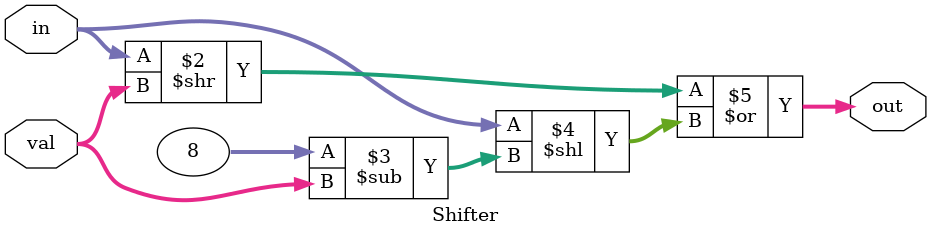
<source format=v>
`timescale 1ns / 1ps


module Shifter(

    input [7:0] in,
    input [2:0] val,
    output reg [7:0] out

    );
    
    integer i;
    
    
    
    always @(*)
    begin
        
        
        out = (in >> val) | (in << 8 - val);
        
        /*
            Dpdv logic, aceasta operatie reprezinta ROL.
            
            Practic, eu iau input ul meu, il shiftez in 
            directia pe care vreau sa rotesc input ul si 
            fac SAU cu input ul meu shiftat invers
            de nr.biti-val ori.
            
            In felul acesta eu mut in directia in care vreau
            sa rotesc , bitii si cei care au "disparut"
            sunt adusi de catre operatia de SAU pe care o fac
            cu input ul meu shiftat in mod COMPLEMENTAR in directia
            opusa.
            
            Asa , eu prin shiftarea in mod complementar si prin SAU
            aduc la inceput bitii pe care ii pierd prin shiftare normala
            si restul de biti sunt copiati tot prin SAU.
        */
    
    
    end
    
    
endmodule

</source>
